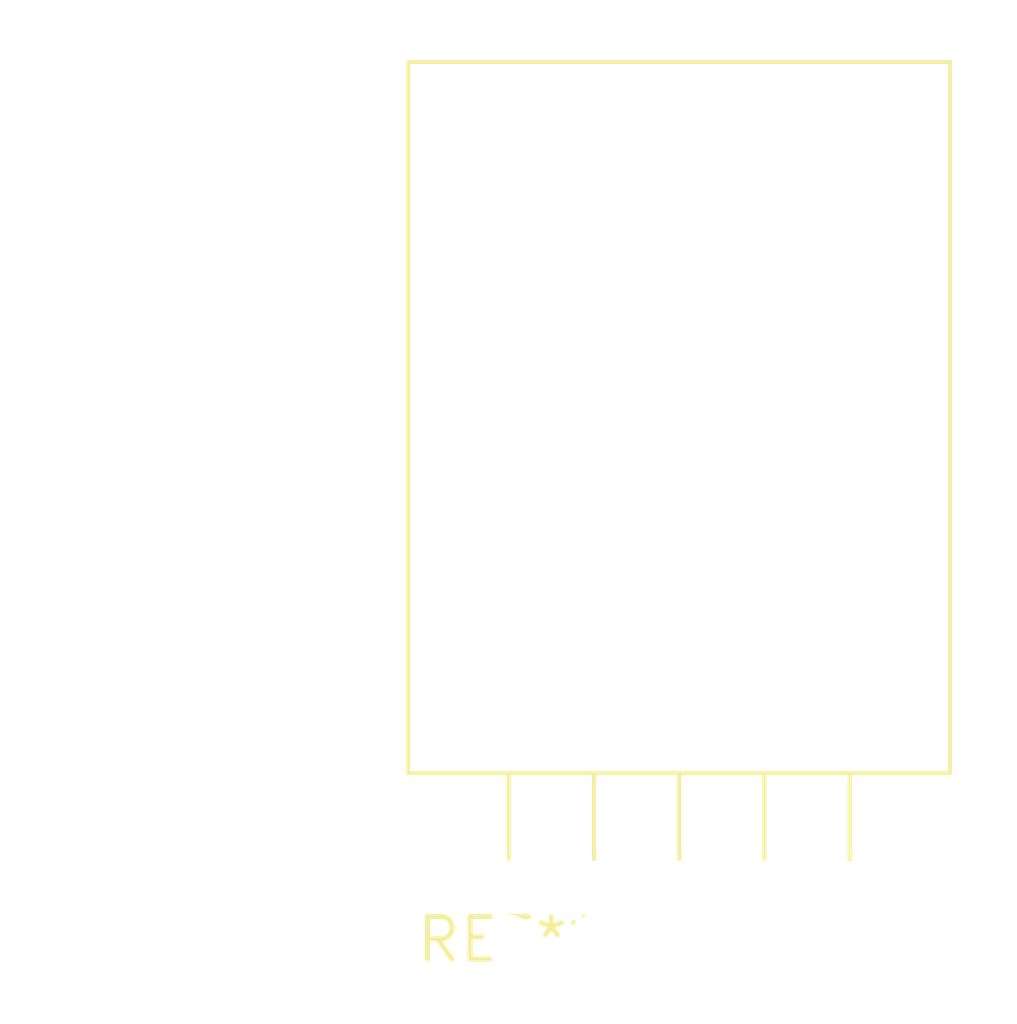
<source format=kicad_pcb>
(kicad_pcb (version 20240108) (generator pcbnew)
  (layers (0 "F.Cu" signal) (31 "B.Cu" signal) (34 "B.Paste" user) (35 "F.Paste" user) (36 "B.SilkS" user "B.Silkscreen") (37 "F.SilkS" user "F.Silkscreen") (38 "B.Mask" user) (39 "F.Mask" user) (44 "Edge.Cuts" user))
  (net 0 "")
  (footprint "TO-247-5_Horizontal_TabDown" (layer "F.Cu") (at 0 0)
    (property "Reference" "REF**")
    (property "Value" "TO-247-5_Horizontal_TabDown")
    (fp_line (start -2.99 -26.15) (end -2.99 -4.96) (layer "F.SilkS") (stroke (width 0.12)))
    (fp_line (start -2.99 -26.15) (end 13.15 -26.15) (layer "F.SilkS") (stroke (width 0.12)))
    (fp_line (start -2.99 -4.96) (end 13.15 -4.96) (layer "F.SilkS") (stroke (width 0.12)))
    (fp_line (start 0 -4.96) (end 0 -2.4) (layer "F.SilkS") (stroke (width 0.12)))
    (fp_line (start 2.54 -4.96) (end 2.54 -2.4) (layer "F.SilkS") (stroke (width 0.12)))
    (fp_line (start 5.08 -4.96) (end 5.08 -2.4) (layer "F.SilkS") (stroke (width 0.12)))
    (fp_line (start 7.62 -4.96) (end 7.62 -2.4) (layer "F.SilkS") (stroke (width 0.12)))
    (fp_line (start 10.16 -4.96) (end 10.16 -2.4) (layer "F.SilkS") (stroke (width 0.12)))
    (fp_line (start 13.15 -26.15) (end 13.15 -4.96) (layer "F.SilkS") (stroke (width 0.12)))
    (pad "" np_thru_hole oval (at 5.08 -19.86) (size 3.6 3.6) (drill 3.6) (layers *.Cu *.Mask))
    (pad "1" thru_hole rect (at 0 0) (size 1.905 4.5) (drill 1.5) (layers *.Cu *.Mask) (remove_unused_layers))
    (pad "2" thru_hole oval (at 2.54 0) (size 1.905 4.5) (drill 1.5) (layers *.Cu *.Mask) (remove_unused_layers))
    (pad "3" thru_hole oval (at 5.08 0) (size 1.905 4.5) (drill 1.5) (layers *.Cu *.Mask) (remove_unused_layers))
    (pad "4" thru_hole oval (at 7.62 0) (size 1.905 4.5) (drill 1.5) (layers *.Cu *.Mask) (remove_unused_layers))
    (pad "5" thru_hole oval (at 10.16 0) (size 1.905 4.5) (drill 1.5) (layers *.Cu *.Mask) (remove_unused_layers))
  )
)
</source>
